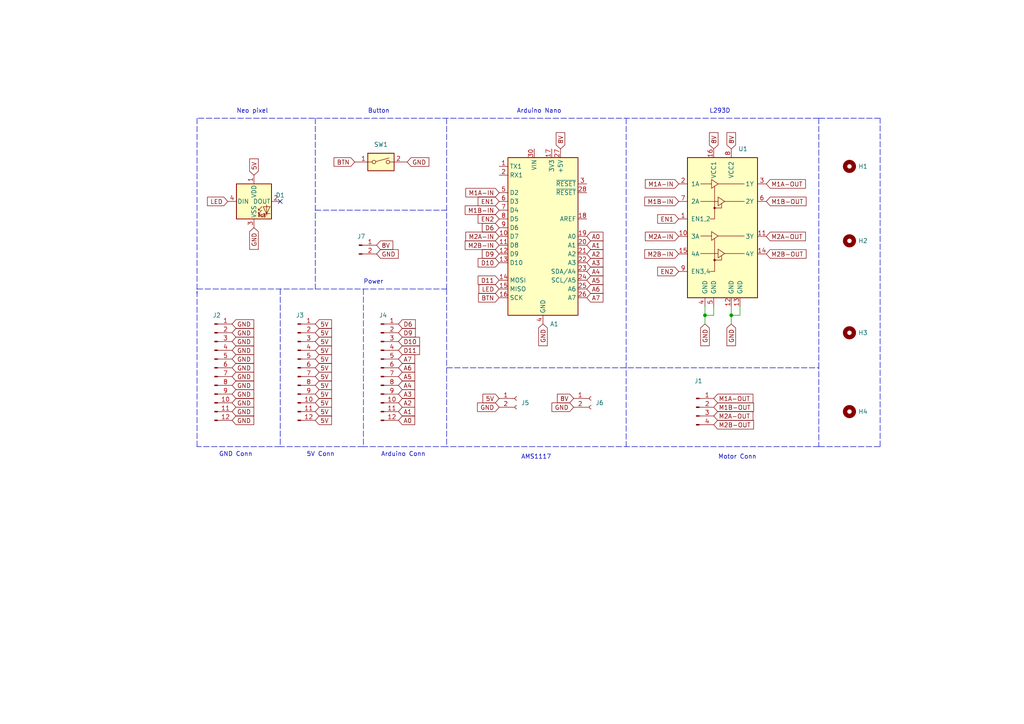
<source format=kicad_sch>
(kicad_sch (version 20211123) (generator eeschema)
  (paper "A4")
  (lib_symbols
    (symbol "Connector:Conn_01x02_Female" (pin_names (offset 1.016) hide)
      (property "Reference" "J" (at 0 2.54 0))
      (property "Value" "Conn_01x02_Female" (at 0 -5.08 0))
      (symbol "Conn_01x02_Female_1_1"
        (arc (start 0 -2.032) (mid -0.508 -2.54) (end 0 -3.048) (stroke (width 0.1524)))
        (polyline (pts (xy -1.27 -2.54) (xy -0.508 -2.54)) (stroke (width 0.1524)))
        (polyline (pts (xy -1.27 0) (xy -0.508 0)) (stroke (width 0.1524)))
        (arc (start 0 0.508) (mid -0.508 0) (end 0 -0.508) (stroke (width 0.1524)))
        (pin passive line (at -5.08 0 0) (length 3.81) (name "Pin_1") (number "1"))
        (pin passive line (at -5.08 -2.54 0) (length 3.81) (name "Pin_2") (number "2"))
      )
    )
    (symbol "Connector:Conn_01x02_Male" (pin_names (offset 1.016) hide)
      (property "Reference" "J" (at 0 2.54 0))
      (property "Value" "Conn_01x02_Male" (at 0 -5.08 0))
      (symbol "Conn_01x02_Male_1_1"
        (polyline (pts (xy 1.27 -2.54) (xy 0.8636 -2.54)) (stroke (width 0.1524)))
        (polyline (pts (xy 1.27 0) (xy 0.8636 0)) (stroke (width 0.1524)))
        (rectangle (start 0.8636 -2.413) (end 0 -2.667) (stroke (width 0.1524)) (fill (type outline)))
        (rectangle (start 0.8636 0.127) (end 0 -0.127) (stroke (width 0.1524)) (fill (type outline)))
        (pin passive line (at 5.08 0 180) (length 3.81) (name "Pin_1") (number "1"))
        (pin passive line (at 5.08 -2.54 180) (length 3.81) (name "Pin_2") (number "2"))
      )
    )
    (symbol "Connector:Conn_01x04_Male" (pin_names (offset 1.016) hide)
      (property "Reference" "J" (at 0 5.08 0))
      (property "Value" "Conn_01x04_Male" (at 0 -7.62 0))
      (symbol "Conn_01x04_Male_1_1"
        (polyline (pts (xy 1.27 -5.08) (xy 0.8636 -5.08)) (stroke (width 0.1524)))
        (polyline (pts (xy 1.27 -2.54) (xy 0.8636 -2.54)) (stroke (width 0.1524)))
        (polyline (pts (xy 1.27 0) (xy 0.8636 0)) (stroke (width 0.1524)))
        (polyline (pts (xy 1.27 2.54) (xy 0.8636 2.54)) (stroke (width 0.1524)))
        (rectangle (start 0.8636 -4.953) (end 0 -5.207) (stroke (width 0.1524)) (fill (type outline)))
        (rectangle (start 0.8636 -2.413) (end 0 -2.667) (stroke (width 0.1524)) (fill (type outline)))
        (rectangle (start 0.8636 0.127) (end 0 -0.127) (stroke (width 0.1524)) (fill (type outline)))
        (rectangle (start 0.8636 2.667) (end 0 2.413) (stroke (width 0.1524)) (fill (type outline)))
        (pin passive line (at 5.08 2.54 180) (length 3.81) (name "Pin_1") (number "1"))
        (pin passive line (at 5.08 0 180) (length 3.81) (name "Pin_2") (number "2"))
        (pin passive line (at 5.08 -2.54 180) (length 3.81) (name "Pin_3") (number "3"))
        (pin passive line (at 5.08 -5.08 180) (length 3.81) (name "Pin_4") (number "4"))
      )
    )
    (symbol "Connector:Conn_01x12_Male" (pin_names (offset 1.016) hide)
      (property "Reference" "J" (at 0 15.24 0))
      (property "Value" "Conn_01x12_Male" (at 0 -17.78 0))
      (symbol "Conn_01x12_Male_1_1"
        (polyline (pts (xy 1.27 -15.24) (xy 0.8636 -15.24)) (stroke (width 0.1524)))
        (polyline (pts (xy 1.27 -12.7) (xy 0.8636 -12.7)) (stroke (width 0.1524)))
        (polyline (pts (xy 1.27 -10.16) (xy 0.8636 -10.16)) (stroke (width 0.1524)))
        (polyline (pts (xy 1.27 -7.62) (xy 0.8636 -7.62)) (stroke (width 0.1524)))
        (polyline (pts (xy 1.27 -5.08) (xy 0.8636 -5.08)) (stroke (width 0.1524)))
        (polyline (pts (xy 1.27 -2.54) (xy 0.8636 -2.54)) (stroke (width 0.1524)))
        (polyline (pts (xy 1.27 0) (xy 0.8636 0)) (stroke (width 0.1524)))
        (polyline (pts (xy 1.27 2.54) (xy 0.8636 2.54)) (stroke (width 0.1524)))
        (polyline (pts (xy 1.27 5.08) (xy 0.8636 5.08)) (stroke (width 0.1524)))
        (polyline (pts (xy 1.27 7.62) (xy 0.8636 7.62)) (stroke (width 0.1524)))
        (polyline (pts (xy 1.27 10.16) (xy 0.8636 10.16)) (stroke (width 0.1524)))
        (polyline (pts (xy 1.27 12.7) (xy 0.8636 12.7)) (stroke (width 0.1524)))
        (rectangle (start 0.8636 -15.113) (end 0 -15.367) (stroke (width 0.1524)) (fill (type outline)))
        (rectangle (start 0.8636 -12.573) (end 0 -12.827) (stroke (width 0.1524)) (fill (type outline)))
        (rectangle (start 0.8636 -10.033) (end 0 -10.287) (stroke (width 0.1524)) (fill (type outline)))
        (rectangle (start 0.8636 -7.493) (end 0 -7.747) (stroke (width 0.1524)) (fill (type outline)))
        (rectangle (start 0.8636 -4.953) (end 0 -5.207) (stroke (width 0.1524)) (fill (type outline)))
        (rectangle (start 0.8636 -2.413) (end 0 -2.667) (stroke (width 0.1524)) (fill (type outline)))
        (rectangle (start 0.8636 0.127) (end 0 -0.127) (stroke (width 0.1524)) (fill (type outline)))
        (rectangle (start 0.8636 2.667) (end 0 2.413) (stroke (width 0.1524)) (fill (type outline)))
        (rectangle (start 0.8636 5.207) (end 0 4.953) (stroke (width 0.1524)) (fill (type outline)))
        (rectangle (start 0.8636 7.747) (end 0 7.493) (stroke (width 0.1524)) (fill (type outline)))
        (rectangle (start 0.8636 10.287) (end 0 10.033) (stroke (width 0.1524)) (fill (type outline)))
        (rectangle (start 0.8636 12.827) (end 0 12.573) (stroke (width 0.1524)) (fill (type outline)))
        (pin passive line (at 5.08 12.7 180) (length 3.81) (name "Pin_1") (number "1"))
        (pin passive line (at 5.08 -10.16 180) (length 3.81) (name "Pin_10") (number "10"))
        (pin passive line (at 5.08 -12.7 180) (length 3.81) (name "Pin_11") (number "11"))
        (pin passive line (at 5.08 -15.24 180) (length 3.81) (name "Pin_12") (number "12"))
        (pin passive line (at 5.08 10.16 180) (length 3.81) (name "Pin_2") (number "2"))
        (pin passive line (at 5.08 7.62 180) (length 3.81) (name "Pin_3") (number "3"))
        (pin passive line (at 5.08 5.08 180) (length 3.81) (name "Pin_4") (number "4"))
        (pin passive line (at 5.08 2.54 180) (length 3.81) (name "Pin_5") (number "5"))
        (pin passive line (at 5.08 0 180) (length 3.81) (name "Pin_6") (number "6"))
        (pin passive line (at 5.08 -2.54 180) (length 3.81) (name "Pin_7") (number "7"))
        (pin passive line (at 5.08 -5.08 180) (length 3.81) (name "Pin_8") (number "8"))
        (pin passive line (at 5.08 -7.62 180) (length 3.81) (name "Pin_9") (number "9"))
      )
    )
    (symbol "Driver_Motor:L293D" (pin_names (offset 1.016))
      (property "Reference" "U" (at -5.08 26.035 0))
      (property "Value" "L293D" (at -5.08 24.13 0))
      (symbol "L293D_0_1"
        (rectangle (start -10.16 22.86) (end 10.16 -17.78) (stroke (width 0.254)) (fill (type background)))
        (circle (center -2.286 -6.858) (radius 0.254) (fill (type outline)))
        (circle (center -2.286 8.255) (radius 0.254) (fill (type outline)))
        (polyline (pts (xy -6.35 -4.953) (xy -1.27 -4.953)))
        (polyline (pts (xy -6.35 0.127) (xy -3.175 0.127)))
        (polyline (pts (xy -6.35 10.16) (xy -1.27 10.16)))
        (polyline (pts (xy -6.35 15.24) (xy -3.175 15.24)))
        (polyline (pts (xy -1.27 0.127) (xy 6.35 0.127)))
        (polyline (pts (xy -1.27 15.24) (xy 6.35 15.24)))
        (polyline (pts (xy 0.635 -4.953) (xy 6.35 -4.953)))
        (polyline (pts (xy 0.635 10.16) (xy 6.35 10.16)))
        (polyline (pts (xy -2.286 -6.858) (xy -0.254 -6.858) (xy -0.254 -5.588)))
        (polyline (pts (xy -2.286 -0.635) (xy -2.286 -10.16) (xy -3.556 -10.16)))
        (polyline (pts (xy -2.286 8.255) (xy -0.254 8.255) (xy -0.254 9.525)))
        (polyline (pts (xy -2.286 14.478) (xy -2.286 5.08) (xy -3.556 5.08)))
        (polyline (pts (xy -3.175 1.397) (xy -3.175 -1.143) (xy -1.27 0.127) (xy -3.175 1.397)))
        (polyline (pts (xy -3.175 16.51) (xy -3.175 13.97) (xy -1.27 15.24) (xy -3.175 16.51)))
        (polyline (pts (xy -1.27 -3.683) (xy -1.27 -6.223) (xy 0.635 -4.953) (xy -1.27 -3.683)))
        (polyline (pts (xy -1.27 11.43) (xy -1.27 8.89) (xy 0.635 10.16) (xy -1.27 11.43)))
      )
      (symbol "L293D_1_1"
        (pin input line (at -12.7 5.08 0) (length 2.54) (name "EN1,2") (number "1"))
        (pin input line (at -12.7 0 0) (length 2.54) (name "3A") (number "10"))
        (pin output line (at 12.7 0 180) (length 2.54) (name "3Y") (number "11"))
        (pin power_in line (at 2.54 -20.32 90) (length 2.54) (name "GND") (number "12"))
        (pin power_in line (at 5.08 -20.32 90) (length 2.54) (name "GND") (number "13"))
        (pin output line (at 12.7 -5.08 180) (length 2.54) (name "4Y") (number "14"))
        (pin input line (at -12.7 -5.08 0) (length 2.54) (name "4A") (number "15"))
        (pin power_in line (at -2.54 25.4 270) (length 2.54) (name "VCC1") (number "16"))
        (pin input line (at -12.7 15.24 0) (length 2.54) (name "1A") (number "2"))
        (pin output line (at 12.7 15.24 180) (length 2.54) (name "1Y") (number "3"))
        (pin power_in line (at -5.08 -20.32 90) (length 2.54) (name "GND") (number "4"))
        (pin power_in line (at -2.54 -20.32 90) (length 2.54) (name "GND") (number "5"))
        (pin output line (at 12.7 10.16 180) (length 2.54) (name "2Y") (number "6"))
        (pin input line (at -12.7 10.16 0) (length 2.54) (name "2A") (number "7"))
        (pin power_in line (at 2.54 25.4 270) (length 2.54) (name "VCC2") (number "8"))
        (pin input line (at -12.7 -10.16 0) (length 2.54) (name "EN3,4") (number "9"))
      )
    )
    (symbol "LED:WS2812B" (pin_names (offset 0.254))
      (property "Reference" "D" (at 5.08 5.715 0))
      (property "Value" "WS2812B" (at 1.27 -5.715 0))
      (symbol "WS2812B_0_0"
        (text "RGB" (at 2.286 -4.191 0) (effects (font (size 0.762 0.762))))
      )
      (symbol "WS2812B_0_1"
        (polyline (pts (xy 1.27 -3.556) (xy 1.778 -3.556)))
        (polyline (pts (xy 1.27 -2.54) (xy 1.778 -2.54)))
        (polyline (pts (xy 4.699 -3.556) (xy 2.667 -3.556)))
        (polyline (pts (xy 2.286 -2.54) (xy 1.27 -3.556) (xy 1.27 -3.048)))
        (polyline (pts (xy 2.286 -1.524) (xy 1.27 -2.54) (xy 1.27 -2.032)))
        (polyline (pts (xy 3.683 -1.016) (xy 3.683 -3.556) (xy 3.683 -4.064)))
        (polyline (pts (xy 4.699 -1.524) (xy 2.667 -1.524) (xy 3.683 -3.556) (xy 4.699 -1.524)))
        (rectangle (start 5.08 5.08) (end -5.08 -5.08) (stroke (width 0.254)) (fill (type background)))
      )
      (symbol "WS2812B_1_1"
        (pin power_in line (at 0 7.62 270) (length 2.54) (name "VDD") (number "1"))
        (pin output line (at 7.62 0 180) (length 2.54) (name "DOUT") (number "2"))
        (pin power_in line (at 0 -7.62 90) (length 2.54) (name "VSS") (number "3"))
        (pin input line (at -7.62 0 0) (length 2.54) (name "DIN") (number "4"))
      )
    )
    (symbol "MCU_Module:Arduino_Nano_Every"
      (property "Reference" "A" (at -10.16 23.495 0))
      (property "Value" "Arduino_Nano_Every" (at 5.08 -24.13 0))
      (symbol "Arduino_Nano_Every_0_1"
        (rectangle (start -10.16 22.86) (end 10.16 -22.86) (stroke (width 0.254)) (fill (type background)))
      )
      (symbol "Arduino_Nano_Every_1_1"
        (pin bidirectional line (at -12.7 20.32 0) (length 2.54) (name "TX1") (number "1"))
        (pin bidirectional line (at -12.7 0 0) (length 2.54) (name "D7") (number "10"))
        (pin bidirectional line (at -12.7 -2.54 0) (length 2.54) (name "D8") (number "11"))
        (pin bidirectional line (at -12.7 -5.08 0) (length 2.54) (name "D9") (number "12"))
        (pin bidirectional line (at -12.7 -7.62 0) (length 2.54) (name "D10") (number "13"))
        (pin bidirectional line (at -12.7 -12.7 0) (length 2.54) (name "MOSI") (number "14"))
        (pin bidirectional line (at -12.7 -15.24 0) (length 2.54) (name "MISO") (number "15"))
        (pin bidirectional line (at -12.7 -17.78 0) (length 2.54) (name "SCK") (number "16"))
        (pin power_out line (at 2.54 25.4 270) (length 2.54) (name "3V3") (number "17"))
        (pin input line (at 12.7 5.08 180) (length 2.54) (name "AREF") (number "18"))
        (pin bidirectional line (at 12.7 0 180) (length 2.54) (name "A0") (number "19"))
        (pin bidirectional line (at -12.7 17.78 0) (length 2.54) (name "RX1") (number "2"))
        (pin bidirectional line (at 12.7 -2.54 180) (length 2.54) (name "A1") (number "20"))
        (pin bidirectional line (at 12.7 -5.08 180) (length 2.54) (name "A2") (number "21"))
        (pin bidirectional line (at 12.7 -7.62 180) (length 2.54) (name "A3") (number "22"))
        (pin bidirectional line (at 12.7 -10.16 180) (length 2.54) (name "SDA/A4") (number "23"))
        (pin bidirectional line (at 12.7 -12.7 180) (length 2.54) (name "SCL/A5") (number "24"))
        (pin bidirectional line (at 12.7 -15.24 180) (length 2.54) (name "A6") (number "25"))
        (pin bidirectional line (at 12.7 -17.78 180) (length 2.54) (name "A7") (number "26"))
        (pin power_out line (at 5.08 25.4 270) (length 2.54) (name "+5V") (number "27"))
        (pin input line (at 12.7 12.7 180) (length 2.54) (name "~{RESET}") (number "28"))
        (pin passive line (at 0 -25.4 90) (length 2.54) hide (name "GND") (number "29"))
        (pin input line (at 12.7 15.24 180) (length 2.54) (name "~{RESET}") (number "3"))
        (pin power_in line (at -2.54 25.4 270) (length 2.54) (name "VIN") (number "30"))
        (pin power_in line (at 0 -25.4 90) (length 2.54) (name "GND") (number "4"))
        (pin bidirectional line (at -12.7 12.7 0) (length 2.54) (name "D2") (number "5"))
        (pin bidirectional line (at -12.7 10.16 0) (length 2.54) (name "D3") (number "6"))
        (pin bidirectional line (at -12.7 7.62 0) (length 2.54) (name "D4") (number "7"))
        (pin bidirectional line (at -12.7 5.08 0) (length 2.54) (name "D5") (number "8"))
        (pin bidirectional line (at -12.7 2.54 0) (length 2.54) (name "D6") (number "9"))
      )
    )
    (symbol "Mechanical:MountingHole" (pin_names (offset 1.016))
      (property "Reference" "H" (at 0 5.08 0))
      (property "Value" "MountingHole" (at 0 3.175 0))
      (symbol "MountingHole_0_1"
        (circle (center 0 0) (radius 1.27) (stroke (width 1.27)))
      )
    )
    (symbol "Switch:SW_DIP_x01" (pin_names (offset 0) hide)
      (property "Reference" "SW" (at 0 3.81 0))
      (property "Value" "SW_DIP_x01" (at 0 -3.81 0))
      (symbol "SW_DIP_x01_0_0"
        (circle (center -2.032 0) (radius 0.508))
        (polyline (pts (xy -1.524 0.127) (xy 2.3622 1.1684)))
        (circle (center 2.032 0) (radius 0.508))
      )
      (symbol "SW_DIP_x01_0_1"
        (rectangle (start -3.81 2.54) (end 3.81 -2.54) (stroke (width 0.254)) (fill (type background)))
      )
      (symbol "SW_DIP_x01_1_1"
        (pin passive line (at -7.62 0 0) (length 5.08) (name "~") (number "1"))
        (pin passive line (at 7.62 0 180) (length 5.08) (name "~") (number "2"))
      )
    )
  )
  (junction (at 204.47 91.44))
  (junction (at 212.09 91.44))
  (no_connect (at 81.28 58.42))
  (wire (pts (xy 204.47 91.44) (xy 204.47 93.98)))
  (polyline (pts (xy 237.49 129.54) (xy 129.54 129.54)))
  (polyline (pts (xy 129.54 83.82) (xy 129.54 129.54)))
  (polyline (pts (xy 237.49 105.41) (xy 237.49 129.54)))
  (polyline (pts (xy 105.41 83.82) (xy 105.41 129.54)))
  (polyline (pts (xy 91.44 60.96) (xy 129.54 60.96)))
  (polyline (pts (xy 181.61 34.29) (xy 181.61 129.54)))
  (polyline (pts (xy 129.54 34.29) (xy 129.54 83.82)))
  (wire (pts (xy 204.47 91.44) (xy 207.01 91.44)))
  (wire (pts (xy 204.47 88.9) (xy 204.47 91.44)))
  (wire (pts (xy 207.01 88.9) (xy 207.01 91.44)))
  (wire (pts (xy 212.09 91.44) (xy 214.63 91.44)))
  (polyline (pts (xy 105.41 129.54) (xy 81.28 129.54)))
  (polyline (pts (xy 255.27 129.54) (xy 255.27 34.29)))
  (polyline (pts (xy 255.27 34.29) (xy 237.49 34.29)))
  (polyline (pts (xy 91.44 34.29) (xy 91.44 83.82)))
  (polyline (pts (xy 237.49 34.29) (xy 57.15 34.29)))
  (polyline (pts (xy 81.28 129.54) (xy 57.15 129.54)))
  (polyline (pts (xy 57.15 34.29) (xy 57.15 85.09)))
  (polyline (pts (xy 129.54 129.54) (xy 105.41 129.54)))
  (wire (pts (xy 212.09 91.44) (xy 212.09 93.98)))
  (wire (pts (xy 214.63 91.44) (xy 214.63 88.9)))
  (polyline (pts (xy 81.28 83.82) (xy 81.28 129.54)))
  (wire (pts (xy 212.09 88.9) (xy 212.09 91.44)))
  (polyline (pts (xy 57.15 83.82) (xy 129.54 83.82)))
  (polyline (pts (xy 237.49 34.29) (xy 237.49 105.41)))
  (polyline (pts (xy 237.49 129.54) (xy 255.27 129.54)))
  (polyline (pts (xy 57.15 129.54) (xy 57.15 83.82)))
  (polyline (pts (xy 129.54 106.68) (xy 237.49 106.68)))
  (text "AMS1117" (at 151.13 133.35 0) (effects (font (size 1.27 1.27)) (justify left bottom)))
  (text "L293D" (at 205.74 33.02 0) (effects (font (size 1.27 1.27)) (justify left bottom)))
  (text "5V Conn\n\n" (at 88.9 134.62 0) (effects (font (size 1.27 1.27)) (justify left bottom)))
  (text "Arduino Nano" (at 149.86 33.02 0) (effects (font (size 1.27 1.27)) (justify left bottom)))
  (text "Button" (at 106.68 33.02 0) (effects (font (size 1.27 1.27)) (justify left bottom)))
  (text "Motor Conn\n" (at 208.28 133.35 0) (effects (font (size 1.27 1.27)) (justify left bottom)))
  (text "GND Conn\n\n" (at 63.5 134.62 0) (effects (font (size 1.27 1.27)) (justify left bottom)))
  (text "Power" (at 105.41 82.55 0) (effects (font (size 1.27 1.27)) (justify left bottom)))
  (text "Neo pixel" (at 68.58 33.02 0) (effects (font (size 1.27 1.27)) (justify left bottom)))
  (text "Arduino Conn\n\n" (at 110.49 134.62 0) (effects (font (size 1.27 1.27)) (justify left bottom)))
  (global_label "GND" (shape input) (at 67.31 121.92 0) (property "Intersheet References" "${INTERSHEET_REFS}" (effects hide)))
  (global_label "A4" (shape input) (at 170.18 78.74 0) (property "Intersheet References" "${INTERSHEET_REFS}" (effects hide)))
  (global_label "M1B-OUT" (shape input) (at 207.01 118.11 0) (property "Intersheet References" "${INTERSHEET_REFS}" (effects hide)))
  (global_label "GND" (shape input) (at 67.31 101.6 0) (property "Intersheet References" "${INTERSHEET_REFS}" (effects hide)))
  (global_label "GND" (shape input) (at 212.09 93.98 270) (property "Intersheet References" "${INTERSHEET_REFS}" (effects hide)))
  (global_label "M2A-OUT" (shape input) (at 207.01 120.65 0) (property "Intersheet References" "${INTERSHEET_REFS}" (effects hide)))
  (global_label "5V" (shape input) (at 91.44 119.38 0) (property "Intersheet References" "${INTERSHEET_REFS}" (effects hide)))
  (global_label "M2B-IN" (shape input) (at 144.78 71.12 180) (property "Intersheet References" "${INTERSHEET_REFS}" (effects hide)))
  (global_label "A5" (shape input) (at 115.57 109.22 0) (property "Intersheet References" "${INTERSHEET_REFS}" (effects hide)))
  (global_label "D6" (shape input) (at 115.57 93.98 0) (property "Intersheet References" "${INTERSHEET_REFS}" (effects hide)))
  (global_label "A2" (shape input) (at 115.57 116.84 0) (property "Intersheet References" "${INTERSHEET_REFS}" (effects hide)))
  (global_label "A7" (shape input) (at 170.18 86.36 0) (property "Intersheet References" "${INTERSHEET_REFS}" (effects hide)))
  (global_label "5V" (shape input) (at 91.44 109.22 0) (property "Intersheet References" "${INTERSHEET_REFS}" (effects hide)))
  (global_label "GND" (shape input) (at 144.78 118.11 180) (property "Intersheet References" "${INTERSHEET_REFS}" (effects hide)))
  (global_label "EN2" (shape input) (at 196.85 78.74 180) (property "Intersheet References" "${INTERSHEET_REFS}" (effects hide)))
  (global_label "M1B-IN" (shape input) (at 196.85 58.42 180) (property "Intersheet References" "${INTERSHEET_REFS}" (effects hide)))
  (global_label "M1A-OUT" (shape input) (at 207.01 115.57 0) (property "Intersheet References" "${INTERSHEET_REFS}" (effects hide)))
  (global_label "5V" (shape input) (at 91.44 104.14 0) (property "Intersheet References" "${INTERSHEET_REFS}" (effects hide)))
  (global_label "5V" (shape input) (at 91.44 101.6 0) (property "Intersheet References" "${INTERSHEET_REFS}" (effects hide)))
  (global_label "8V" (shape input) (at 207.01 43.18 90) (property "Intersheet References" "${INTERSHEET_REFS}" (effects hide)))
  (global_label "5V" (shape input) (at 91.44 96.52 0) (property "Intersheet References" "${INTERSHEET_REFS}" (effects hide)))
  (global_label "M2A-OUT" (shape input) (at 222.25 68.58 0) (property "Intersheet References" "${INTERSHEET_REFS}" (effects hide)))
  (global_label "BTN" (shape input) (at 144.78 86.36 180) (property "Intersheet References" "${INTERSHEET_REFS}" (effects hide)))
  (global_label "A6" (shape input) (at 170.18 83.82 0) (property "Intersheet References" "${INTERSHEET_REFS}" (effects hide)))
  (global_label "GND" (shape input) (at 118.11 46.99 0) (property "Intersheet References" "${INTERSHEET_REFS}" (effects hide)))
  (global_label "GND" (shape input) (at 67.31 99.06 0) (property "Intersheet References" "${INTERSHEET_REFS}" (effects hide)))
  (global_label "5V" (shape input) (at 73.66 50.8 90) (property "Intersheet References" "${INTERSHEET_REFS}" (effects hide)))
  (global_label "GND" (shape input) (at 166.37 118.11 180) (property "Intersheet References" "${INTERSHEET_REFS}" (effects hide)))
  (global_label "GND" (shape input) (at 204.47 93.98 270) (property "Intersheet References" "${INTERSHEET_REFS}" (effects hide)))
  (global_label "8V" (shape input) (at 109.22 71.12 0) (property "Intersheet References" "${INTERSHEET_REFS}" (effects hide)))
  (global_label "M1A-OUT" (shape input) (at 222.25 53.34 0) (property "Intersheet References" "${INTERSHEET_REFS}" (effects hide)))
  (global_label "M1B-OUT" (shape input) (at 222.25 58.42 0) (property "Intersheet References" "${INTERSHEET_REFS}" (effects hide)))
  (global_label "GND" (shape input) (at 109.22 73.66 0) (property "Intersheet References" "${INTERSHEET_REFS}" (effects hide)))
  (global_label "8V" (shape input) (at 212.09 43.18 90) (property "Intersheet References" "${INTERSHEET_REFS}" (effects hide)))
  (global_label "A1" (shape input) (at 170.18 71.12 0) (property "Intersheet References" "${INTERSHEET_REFS}" (effects hide)))
  (global_label "D10" (shape input) (at 144.78 76.2 180) (property "Intersheet References" "${INTERSHEET_REFS}" (effects hide)))
  (global_label "5V" (shape input) (at 91.44 106.68 0) (property "Intersheet References" "${INTERSHEET_REFS}" (effects hide)))
  (global_label "GND" (shape input) (at 67.31 96.52 0) (property "Intersheet References" "${INTERSHEET_REFS}" (effects hide)))
  (global_label "M1B-IN" (shape input) (at 144.78 60.96 180) (property "Intersheet References" "${INTERSHEET_REFS}" (effects hide)))
  (global_label "5V" (shape input) (at 91.44 116.84 0) (property "Intersheet References" "${INTERSHEET_REFS}" (effects hide)))
  (global_label "5V" (shape input) (at 91.44 114.3 0) (property "Intersheet References" "${INTERSHEET_REFS}" (effects hide)))
  (global_label "GND" (shape input) (at 67.31 111.76 0) (property "Intersheet References" "${INTERSHEET_REFS}" (effects hide)))
  (global_label "M1A-IN" (shape input) (at 196.85 53.34 180) (property "Intersheet References" "${INTERSHEET_REFS}" (effects hide)))
  (global_label "EN1" (shape input) (at 196.85 63.5 180) (property "Intersheet References" "${INTERSHEET_REFS}" (effects hide)))
  (global_label "5V" (shape input) (at 91.44 121.92 0) (property "Intersheet References" "${INTERSHEET_REFS}" (effects hide)))
  (global_label "A2" (shape input) (at 170.18 73.66 0) (property "Intersheet References" "${INTERSHEET_REFS}" (effects hide)))
  (global_label "A3" (shape input) (at 170.18 76.2 0) (property "Intersheet References" "${INTERSHEET_REFS}" (effects hide)))
  (global_label "GND" (shape input) (at 67.31 93.98 0) (property "Intersheet References" "${INTERSHEET_REFS}" (effects hide)))
  (global_label "A1" (shape input) (at 115.57 119.38 0) (property "Intersheet References" "${INTERSHEET_REFS}" (effects hide)))
  (global_label "M2B-OUT" (shape input) (at 222.25 73.66 0) (property "Intersheet References" "${INTERSHEET_REFS}" (effects hide)))
  (global_label "A0" (shape input) (at 115.57 121.92 0) (property "Intersheet References" "${INTERSHEET_REFS}" (effects hide)))
  (global_label "LED" (shape input) (at 144.78 83.82 180) (property "Intersheet References" "${INTERSHEET_REFS}" (effects hide)))
  (global_label "GND" (shape input) (at 73.66 66.04 270) (property "Intersheet References" "${INTERSHEET_REFS}" (effects hide)))
  (global_label "EN1" (shape input) (at 144.78 58.42 180) (property "Intersheet References" "${INTERSHEET_REFS}" (effects hide)))
  (global_label "D10" (shape input) (at 115.57 99.06 0) (property "Intersheet References" "${INTERSHEET_REFS}" (effects hide)))
  (global_label "GND" (shape input) (at 67.31 114.3 0) (property "Intersheet References" "${INTERSHEET_REFS}" (effects hide)))
  (global_label "5V" (shape input) (at 91.44 99.06 0) (property "Intersheet References" "${INTERSHEET_REFS}" (effects hide)))
  (global_label "A7" (shape input) (at 115.57 104.14 0) (property "Intersheet References" "${INTERSHEET_REFS}" (effects hide)))
  (global_label "A5" (shape input) (at 170.18 81.28 0) (property "Intersheet References" "${INTERSHEET_REFS}" (effects hide)))
  (global_label "5V" (shape input) (at 144.78 115.57 180) (property "Intersheet References" "${INTERSHEET_REFS}" (effects hide)))
  (global_label "GND" (shape input) (at 67.31 116.84 0) (property "Intersheet References" "${INTERSHEET_REFS}" (effects hide)))
  (global_label "M2B-IN" (shape input) (at 196.85 73.66 180) (property "Intersheet References" "${INTERSHEET_REFS}" (effects hide)))
  (global_label "D6" (shape input) (at 144.78 66.04 180) (property "Intersheet References" "${INTERSHEET_REFS}" (effects hide)))
  (global_label "5V" (shape input) (at 91.44 93.98 0) (property "Intersheet References" "${INTERSHEET_REFS}" (effects hide)))
  (global_label "M1A-IN" (shape input) (at 144.78 55.88 180) (property "Intersheet References" "${INTERSHEET_REFS}" (effects hide)))
  (global_label "EN2" (shape input) (at 144.78 63.5 180) (property "Intersheet References" "${INTERSHEET_REFS}" (effects hide)))
  (global_label "5V" (shape input) (at 91.44 111.76 0) (property "Intersheet References" "${INTERSHEET_REFS}" (effects hide)))
  (global_label "GND" (shape input) (at 67.31 109.22 0) (property "Intersheet References" "${INTERSHEET_REFS}" (effects hide)))
  (global_label "8V" (shape input) (at 162.56 43.18 90) (property "Intersheet References" "${INTERSHEET_REFS}" (effects hide)))
  (global_label "A6" (shape input) (at 115.57 106.68 0) (property "Intersheet References" "${INTERSHEET_REFS}" (effects hide)))
  (global_label "A0" (shape input) (at 170.18 68.58 0) (property "Intersheet References" "${INTERSHEET_REFS}" (effects hide)))
  (global_label "M2A-IN" (shape input) (at 196.85 68.58 180) (property "Intersheet References" "${INTERSHEET_REFS}" (effects hide)))
  (global_label "D11" (shape input) (at 115.57 101.6 0) (property "Intersheet References" "${INTERSHEET_REFS}" (effects hide)))
  (global_label "8V" (shape input) (at 166.37 115.57 180) (property "Intersheet References" "${INTERSHEET_REFS}" (effects hide)))
  (global_label "LED" (shape input) (at 66.04 58.42 180) (property "Intersheet References" "${INTERSHEET_REFS}" (effects hide)))
  (global_label "A3" (shape input) (at 115.57 114.3 0) (property "Intersheet References" "${INTERSHEET_REFS}" (effects hide)))
  (global_label "D11" (shape input) (at 144.78 81.28 180) (property "Intersheet References" "${INTERSHEET_REFS}" (effects hide)))
  (global_label "GND" (shape input) (at 67.31 106.68 0) (property "Intersheet References" "${INTERSHEET_REFS}" (effects hide)))
  (global_label "M2B-OUT" (shape input) (at 207.01 123.19 0) (property "Intersheet References" "${INTERSHEET_REFS}" (effects hide)))
  (global_label "GND" (shape input) (at 157.48 93.98 270) (property "Intersheet References" "${INTERSHEET_REFS}" (effects hide)))
  (global_label "M2A-IN" (shape input) (at 144.78 68.58 180) (property "Intersheet References" "${INTERSHEET_REFS}" (effects hide)))
  (global_label "GND" (shape input) (at 67.31 104.14 0) (property "Intersheet References" "${INTERSHEET_REFS}" (effects hide)))
  (global_label "D9" (shape input) (at 115.57 96.52 0) (property "Intersheet References" "${INTERSHEET_REFS}" (effects hide)))
  (global_label "BTN" (shape input) (at 102.87 46.99 180) (property "Intersheet References" "${INTERSHEET_REFS}" (effects hide)))
  (global_label "GND" (shape input) (at 67.31 119.38 0) (property "Intersheet References" "${INTERSHEET_REFS}" (effects hide)))
  (global_label "D9" (shape input) (at 144.78 73.66 180) (property "Intersheet References" "${INTERSHEET_REFS}" (effects hide)))
  (global_label "A4" (shape input) (at 115.57 111.76 0) (property "Intersheet References" "${INTERSHEET_REFS}" (effects hide)))
  (symbol (lib_id "Connector:Conn_01x12_Male") (at 62.23 106.68 0) (unit 1)
    (property "Reference" "J2" (at 62.865 91.44 0))
    (property "Value" "Conn_01x12_Male" (effects hide))
    (property "Footprint" "Connector_PinHeader_2.54mm:PinHeader_1x12_P2.54mm_Vertical" (effects hide))
  )
  (symbol (lib_id "Mechanical:MountingHole") (at 246.38 48.26 0) (unit 1)
    (property "Reference" "H1" (at 248.92 48.2599 0) (effects (justify left)))
    (property "Value" "MountingHole" (effects hide))
    (property "Footprint" "MountingHole:MountingHole_3.2mm_M3" (effects hide))
  )
  (symbol (lib_id "Driver_Motor:L293D") (at 209.55 68.58 0) (unit 1)
    (property "Reference" "U1" (at 214.1094 43.18 0) (effects (justify left)))
    (property "Value" "L293D" (effects hide))
    (property "Footprint" "Package_DIP:DIP-16_W7.62mm" (effects hide))
    (property "Datasheet" "http://www.ti.com/lit/ds/symlink/l293.pdf" (effects hide))
  )
  (symbol (lib_id "Connector:Conn_01x02_Female") (at 171.45 115.57 0) (unit 1)
    (property "Reference" "J6" (at 172.72 116.8399 0) (effects (justify left)))
    (property "Value" "Conn_01x02_Female" (effects hide))
    (property "Footprint" "Connector_PinSocket_2.54mm:PinSocket_1x02_P2.54mm_Vertical" (effects hide))
  )
  (symbol (lib_id "Connector:Conn_01x02_Male") (at 104.14 71.12 0) (unit 1)
    (property "Reference" "J7" (at 104.775 68.58 0))
    (property "Value" "Conn_01x02_Male" (effects hide))
    (property "Footprint" "Connector_PinHeader_2.54mm:PinHeader_1x02_P2.54mm_Vertical" (effects hide))
  )
  (symbol (lib_id "LED:WS2812B") (at 73.66 58.42 0) (unit 1)
    (property "Reference" "D1" (at 81.28 56.6293 0))
    (property "Value" "WS2812B" (effects hide))
    (property "Footprint" "LED_SMD:LED_WS2812B_PLCC4_5.0x5.0mm_P3.2mm" (effects hide))
    (property "Datasheet" "https://cdn-shop.adafruit.com/datasheets/WS2812B.pdf" (effects hide))
  )
  (symbol (lib_id "Mechanical:MountingHole") (at 246.38 96.52 0) (unit 1)
    (property "Reference" "H3" (at 248.92 96.5199 0) (effects (justify left)))
    (property "Value" "MountingHole" (effects hide))
    (property "Footprint" "MountingHole:MountingHole_3.2mm_M3" (effects hide))
  )
  (symbol (lib_id "Connector:Conn_01x12_Male") (at 110.49 106.68 0) (unit 1)
    (property "Reference" "J4" (at 111.125 91.44 0))
    (property "Value" "Conn_01x12_Male" (effects hide))
    (property "Footprint" "Connector_PinHeader_2.54mm:PinHeader_1x12_P2.54mm_Vertical" (effects hide))
  )
  (symbol (lib_id "Switch:SW_DIP_x01") (at 110.49 46.99 0) (unit 1)
    (property "Reference" "SW1" (at 110.49 41.91 0))
    (property "Value" "SW_DIP_x01" (effects hide))
    (property "Footprint" "Button_Switch_THT:SW_PUSH_6mm" (effects hide))
  )
  (symbol (lib_id "Connector:Conn_01x12_Male") (at 86.36 106.68 0) (unit 1)
    (property "Reference" "J3" (at 86.995 91.44 0))
    (property "Value" "Conn_01x12_Male" (effects hide))
    (property "Footprint" "Connector_PinHeader_2.54mm:PinHeader_1x12_P2.54mm_Vertical" (effects hide))
  )
  (symbol (lib_id "Connector:Conn_01x04_Male") (at 201.93 118.11 0) (unit 1)
    (property "Reference" "J1" (at 202.565 110.49 0))
    (property "Value" "Conn_01x04_Male" (effects hide))
    (property "Footprint" "Connector_PinHeader_2.54mm:PinHeader_1x04_P2.54mm_Vertical" (effects hide))
  )
  (symbol (lib_id "Mechanical:MountingHole") (at 246.38 119.38 0) (unit 1)
    (property "Reference" "H4" (at 248.92 119.3799 0) (effects (justify left)))
    (property "Value" "MountingHole" (effects hide))
    (property "Footprint" "MountingHole:MountingHole_3.2mm_M3" (effects hide))
  )
  (symbol (lib_id "MCU_Module:Arduino_Nano_Every") (at 157.48 68.58 0) (unit 1)
    (property "Reference" "A1" (at 159.4994 93.98 0) (effects (justify left)))
    (property "Value" "Arduino_Nano_Every" (effects hide))
    (property "Footprint" "Module:Arduino_Nano" (effects hide))
    (property "Datasheet" "https://content.arduino.cc/assets/NANOEveryV3.0_sch.pdf" (effects hide))
  )
  (symbol (lib_id "Mechanical:MountingHole") (at 246.38 69.85 0) (unit 1)
    (property "Reference" "H2" (at 248.92 69.8499 0) (effects (justify left)))
    (property "Value" "MountingHole" (effects hide))
    (property "Footprint" "MountingHole:MountingHole_3.2mm_M3" (effects hide))
  )
  (symbol (lib_id "Connector:Conn_01x02_Female") (at 149.86 115.57 0) (unit 1)
    (property "Reference" "J5" (at 151.13 116.8399 0) (effects (justify left)))
    (property "Value" "Conn_01x02_Female" (effects hide))
    (property "Footprint" "Connector_PinSocket_2.54mm:PinSocket_1x02_P2.54mm_Vertical" (effects hide))
  )
)
</source>
